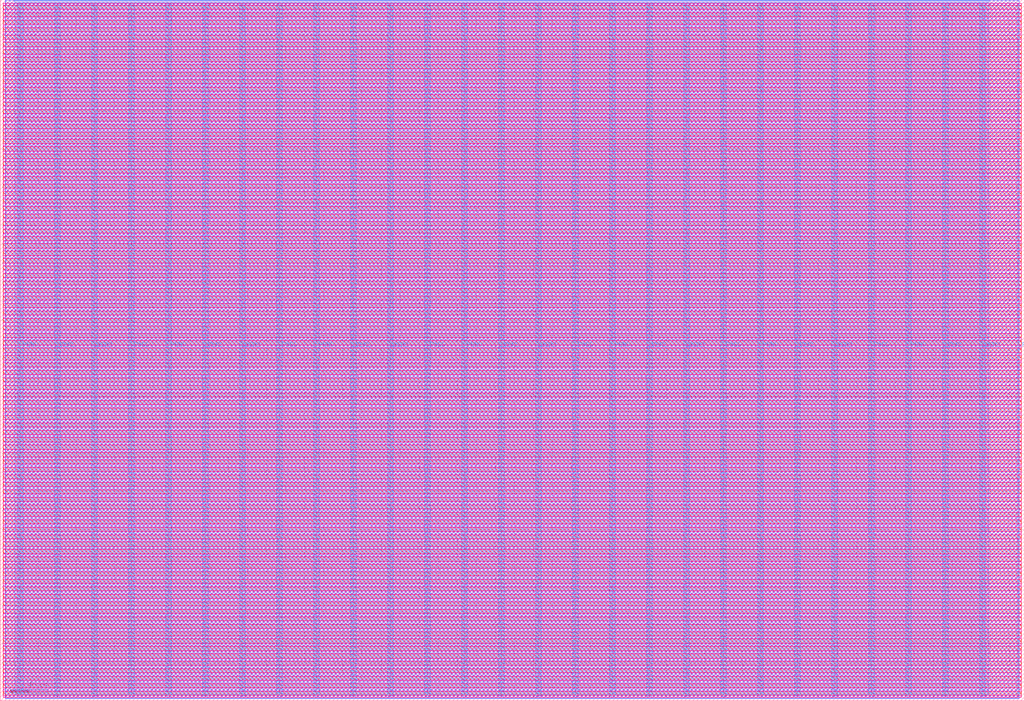
<source format=lef>
VERSION 5.7 ;
  NOWIREEXTENSIONATPIN ON ;
  DIVIDERCHAR "/" ;
  BUSBITCHARS "[]" ;
MACRO tt_um_algofoogle_raybox_zero
  CLASS BLOCK ;
  FOREIGN tt_um_algofoogle_raybox_zero ;
  ORIGIN 0.000 0.000 ;
  SIZE 1075.760 BY 736.960 ;
  PIN VGND
    DIRECTION INOUT ;
    USE GROUND ;
    PORT
      LAYER Metal4 ;
        RECT 22.180 3.620 23.780 733.340 ;
    END
    PORT
      LAYER Metal4 ;
        RECT 61.050 3.620 62.650 733.340 ;
    END
    PORT
      LAYER Metal4 ;
        RECT 99.920 3.620 101.520 733.340 ;
    END
    PORT
      LAYER Metal4 ;
        RECT 138.790 3.620 140.390 733.340 ;
    END
    PORT
      LAYER Metal4 ;
        RECT 177.660 3.620 179.260 733.340 ;
    END
    PORT
      LAYER Metal4 ;
        RECT 216.530 3.620 218.130 733.340 ;
    END
    PORT
      LAYER Metal4 ;
        RECT 255.400 3.620 257.000 733.340 ;
    END
    PORT
      LAYER Metal4 ;
        RECT 294.270 3.620 295.870 733.340 ;
    END
    PORT
      LAYER Metal4 ;
        RECT 333.140 3.620 334.740 733.340 ;
    END
    PORT
      LAYER Metal4 ;
        RECT 372.010 3.620 373.610 733.340 ;
    END
    PORT
      LAYER Metal4 ;
        RECT 410.880 3.620 412.480 733.340 ;
    END
    PORT
      LAYER Metal4 ;
        RECT 449.750 3.620 451.350 733.340 ;
    END
    PORT
      LAYER Metal4 ;
        RECT 488.620 3.620 490.220 733.340 ;
    END
    PORT
      LAYER Metal4 ;
        RECT 527.490 3.620 529.090 733.340 ;
    END
    PORT
      LAYER Metal4 ;
        RECT 566.360 3.620 567.960 733.340 ;
    END
    PORT
      LAYER Metal4 ;
        RECT 605.230 3.620 606.830 733.340 ;
    END
    PORT
      LAYER Metal4 ;
        RECT 644.100 3.620 645.700 733.340 ;
    END
    PORT
      LAYER Metal4 ;
        RECT 682.970 3.620 684.570 733.340 ;
    END
    PORT
      LAYER Metal4 ;
        RECT 721.840 3.620 723.440 733.340 ;
    END
    PORT
      LAYER Metal4 ;
        RECT 760.710 3.620 762.310 733.340 ;
    END
    PORT
      LAYER Metal4 ;
        RECT 799.580 3.620 801.180 733.340 ;
    END
    PORT
      LAYER Metal4 ;
        RECT 838.450 3.620 840.050 733.340 ;
    END
    PORT
      LAYER Metal4 ;
        RECT 877.320 3.620 878.920 733.340 ;
    END
    PORT
      LAYER Metal4 ;
        RECT 916.190 3.620 917.790 733.340 ;
    END
    PORT
      LAYER Metal4 ;
        RECT 955.060 3.620 956.660 733.340 ;
    END
    PORT
      LAYER Metal4 ;
        RECT 993.930 3.620 995.530 733.340 ;
    END
    PORT
      LAYER Metal4 ;
        RECT 1032.800 3.620 1034.400 733.340 ;
    END
  END VGND
  PIN VPWR
    DIRECTION INOUT ;
    USE POWER ;
    PORT
      LAYER Metal4 ;
        RECT 18.880 3.620 20.480 733.340 ;
    END
    PORT
      LAYER Metal4 ;
        RECT 57.750 3.620 59.350 733.340 ;
    END
    PORT
      LAYER Metal4 ;
        RECT 96.620 3.620 98.220 733.340 ;
    END
    PORT
      LAYER Metal4 ;
        RECT 135.490 3.620 137.090 733.340 ;
    END
    PORT
      LAYER Metal4 ;
        RECT 174.360 3.620 175.960 733.340 ;
    END
    PORT
      LAYER Metal4 ;
        RECT 213.230 3.620 214.830 733.340 ;
    END
    PORT
      LAYER Metal4 ;
        RECT 252.100 3.620 253.700 733.340 ;
    END
    PORT
      LAYER Metal4 ;
        RECT 290.970 3.620 292.570 733.340 ;
    END
    PORT
      LAYER Metal4 ;
        RECT 329.840 3.620 331.440 733.340 ;
    END
    PORT
      LAYER Metal4 ;
        RECT 368.710 3.620 370.310 733.340 ;
    END
    PORT
      LAYER Metal4 ;
        RECT 407.580 3.620 409.180 733.340 ;
    END
    PORT
      LAYER Metal4 ;
        RECT 446.450 3.620 448.050 733.340 ;
    END
    PORT
      LAYER Metal4 ;
        RECT 485.320 3.620 486.920 733.340 ;
    END
    PORT
      LAYER Metal4 ;
        RECT 524.190 3.620 525.790 733.340 ;
    END
    PORT
      LAYER Metal4 ;
        RECT 563.060 3.620 564.660 733.340 ;
    END
    PORT
      LAYER Metal4 ;
        RECT 601.930 3.620 603.530 733.340 ;
    END
    PORT
      LAYER Metal4 ;
        RECT 640.800 3.620 642.400 733.340 ;
    END
    PORT
      LAYER Metal4 ;
        RECT 679.670 3.620 681.270 733.340 ;
    END
    PORT
      LAYER Metal4 ;
        RECT 718.540 3.620 720.140 733.340 ;
    END
    PORT
      LAYER Metal4 ;
        RECT 757.410 3.620 759.010 733.340 ;
    END
    PORT
      LAYER Metal4 ;
        RECT 796.280 3.620 797.880 733.340 ;
    END
    PORT
      LAYER Metal4 ;
        RECT 835.150 3.620 836.750 733.340 ;
    END
    PORT
      LAYER Metal4 ;
        RECT 874.020 3.620 875.620 733.340 ;
    END
    PORT
      LAYER Metal4 ;
        RECT 912.890 3.620 914.490 733.340 ;
    END
    PORT
      LAYER Metal4 ;
        RECT 951.760 3.620 953.360 733.340 ;
    END
    PORT
      LAYER Metal4 ;
        RECT 990.630 3.620 992.230 733.340 ;
    END
    PORT
      LAYER Metal4 ;
        RECT 1029.500 3.620 1031.100 733.340 ;
    END
    PORT
      LAYER Metal4 ;
        RECT 1068.370 3.620 1069.970 733.340 ;
    END
  END VPWR
  PIN clk
    DIRECTION INPUT ;
    USE SIGNAL ;
    ANTENNAGATEAREA 4.738000 ;
    PORT
      LAYER Metal4 ;
        RECT 331.090 735.960 331.390 736.960 ;
    END
  END clk
  PIN ena
    DIRECTION INPUT ;
    USE SIGNAL ;
    PORT
      LAYER Metal4 ;
        RECT 338.370 735.960 338.670 736.960 ;
    END
  END ena
  PIN rst_n
    DIRECTION INPUT ;
    USE SIGNAL ;
    ANTENNAGATEAREA 0.741000 ;
    PORT
      LAYER Metal4 ;
        RECT 323.810 735.960 324.110 736.960 ;
    END
  END rst_n
  PIN ui_in[0]
    DIRECTION INPUT ;
    USE SIGNAL ;
    ANTENNAGATEAREA 0.396000 ;
    PORT
      LAYER Metal4 ;
        RECT 316.530 735.960 316.830 736.960 ;
    END
  END ui_in[0]
  PIN ui_in[1]
    DIRECTION INPUT ;
    USE SIGNAL ;
    ANTENNAGATEAREA 0.396000 ;
    PORT
      LAYER Metal4 ;
        RECT 309.250 735.960 309.550 736.960 ;
    END
  END ui_in[1]
  PIN ui_in[2]
    DIRECTION INPUT ;
    USE SIGNAL ;
    ANTENNAGATEAREA 0.396000 ;
    PORT
      LAYER Metal4 ;
        RECT 301.970 735.960 302.270 736.960 ;
    END
  END ui_in[2]
  PIN ui_in[3]
    DIRECTION INPUT ;
    USE SIGNAL ;
    ANTENNAGATEAREA 2.939500 ;
    PORT
      LAYER Metal4 ;
        RECT 294.690 735.960 294.990 736.960 ;
    END
  END ui_in[3]
  PIN ui_in[4]
    DIRECTION INPUT ;
    USE SIGNAL ;
    ANTENNAGATEAREA 4.047500 ;
    PORT
      LAYER Metal4 ;
        RECT 287.410 735.960 287.710 736.960 ;
    END
  END ui_in[4]
  PIN ui_in[5]
    DIRECTION INPUT ;
    USE SIGNAL ;
    ANTENNAGATEAREA 3.888500 ;
    PORT
      LAYER Metal4 ;
        RECT 280.130 735.960 280.430 736.960 ;
    END
  END ui_in[5]
  PIN ui_in[6]
    DIRECTION INPUT ;
    USE SIGNAL ;
    ANTENNAGATEAREA 23.653999 ;
    PORT
      LAYER Metal4 ;
        RECT 272.850 735.960 273.150 736.960 ;
    END
  END ui_in[6]
  PIN ui_in[7]
    DIRECTION INPUT ;
    USE SIGNAL ;
    ANTENNAGATEAREA 1.417000 ;
    PORT
      LAYER Metal4 ;
        RECT 265.570 735.960 265.870 736.960 ;
    END
  END ui_in[7]
  PIN uio_in[0]
    DIRECTION INPUT ;
    USE SIGNAL ;
    PORT
      LAYER Metal4 ;
        RECT 258.290 735.960 258.590 736.960 ;
    END
  END uio_in[0]
  PIN uio_in[1]
    DIRECTION INPUT ;
    USE SIGNAL ;
    ANTENNAGATEAREA 1.183000 ;
    PORT
      LAYER Metal4 ;
        RECT 251.010 735.960 251.310 736.960 ;
    END
  END uio_in[1]
  PIN uio_in[2]
    DIRECTION INPUT ;
    USE SIGNAL ;
    ANTENNAGATEAREA 1.102000 ;
    PORT
      LAYER Metal4 ;
        RECT 243.730 735.960 244.030 736.960 ;
    END
  END uio_in[2]
  PIN uio_in[3]
    DIRECTION INPUT ;
    USE SIGNAL ;
    PORT
      LAYER Metal4 ;
        RECT 236.450 735.960 236.750 736.960 ;
    END
  END uio_in[3]
  PIN uio_in[4]
    DIRECTION INPUT ;
    USE SIGNAL ;
    ANTENNAGATEAREA 0.741000 ;
    PORT
      LAYER Metal4 ;
        RECT 229.170 735.960 229.470 736.960 ;
    END
  END uio_in[4]
  PIN uio_in[5]
    DIRECTION INPUT ;
    USE SIGNAL ;
    ANTENNAGATEAREA 0.396000 ;
    PORT
      LAYER Metal4 ;
        RECT 221.890 735.960 222.190 736.960 ;
    END
  END uio_in[5]
  PIN uio_in[6]
    DIRECTION INPUT ;
    USE SIGNAL ;
    ANTENNAGATEAREA 0.396000 ;
    PORT
      LAYER Metal4 ;
        RECT 214.610 735.960 214.910 736.960 ;
    END
  END uio_in[6]
  PIN uio_in[7]
    DIRECTION INPUT ;
    USE SIGNAL ;
    PORT
      LAYER Metal4 ;
        RECT 207.330 735.960 207.630 736.960 ;
    END
  END uio_in[7]
  PIN uio_oe[0]
    DIRECTION OUTPUT ;
    USE SIGNAL ;
    ANTENNADIFFAREA 0.536800 ;
    PORT
      LAYER Metal4 ;
        RECT 83.570 735.960 83.870 736.960 ;
    END
  END uio_oe[0]
  PIN uio_oe[1]
    DIRECTION OUTPUT ;
    USE SIGNAL ;
    ANTENNADIFFAREA 3.240100 ;
    PORT
      LAYER Metal4 ;
        RECT 76.290 735.960 76.590 736.960 ;
    END
  END uio_oe[1]
  PIN uio_oe[2]
    DIRECTION OUTPUT ;
    USE SIGNAL ;
    ANTENNADIFFAREA 0.360800 ;
    PORT
      LAYER Metal4 ;
        RECT 69.010 735.960 69.310 736.960 ;
    END
  END uio_oe[2]
  PIN uio_oe[3]
    DIRECTION OUTPUT ;
    USE SIGNAL ;
    ANTENNADIFFAREA 0.536800 ;
    PORT
      LAYER Metal4 ;
        RECT 61.730 735.960 62.030 736.960 ;
    END
  END uio_oe[3]
  PIN uio_oe[4]
    DIRECTION OUTPUT ;
    USE SIGNAL ;
    ANTENNADIFFAREA 0.360800 ;
    PORT
      LAYER Metal4 ;
        RECT 54.450 735.960 54.750 736.960 ;
    END
  END uio_oe[4]
  PIN uio_oe[5]
    DIRECTION OUTPUT ;
    USE SIGNAL ;
    ANTENNADIFFAREA 0.360800 ;
    PORT
      LAYER Metal4 ;
        RECT 47.170 735.960 47.470 736.960 ;
    END
  END uio_oe[5]
  PIN uio_oe[6]
    DIRECTION OUTPUT ;
    USE SIGNAL ;
    ANTENNADIFFAREA 0.897600 ;
    PORT
      LAYER Metal4 ;
        RECT 39.890 735.960 40.190 736.960 ;
    END
  END uio_oe[6]
  PIN uio_oe[7]
    DIRECTION OUTPUT ;
    USE SIGNAL ;
    ANTENNAGATEAREA 6.362000 ;
    ANTENNADIFFAREA 0.748000 ;
    PORT
      LAYER Metal4 ;
        RECT 32.610 735.960 32.910 736.960 ;
    END
  END uio_oe[7]
  PIN uio_out[0]
    DIRECTION OUTPUT ;
    USE SIGNAL ;
    ANTENNADIFFAREA 2.365600 ;
    PORT
      LAYER Metal4 ;
        RECT 141.810 735.960 142.110 736.960 ;
    END
  END uio_out[0]
  PIN uio_out[1]
    DIRECTION OUTPUT ;
    USE SIGNAL ;
    ANTENNADIFFAREA 2.365600 ;
    PORT
      LAYER Metal4 ;
        RECT 134.530 735.960 134.830 736.960 ;
    END
  END uio_out[1]
  PIN uio_out[2]
    DIRECTION OUTPUT ;
    USE SIGNAL ;
    ANTENNADIFFAREA 0.360800 ;
    PORT
      LAYER Metal4 ;
        RECT 127.250 735.960 127.550 736.960 ;
    END
  END uio_out[2]
  PIN uio_out[3]
    DIRECTION OUTPUT ;
    USE SIGNAL ;
    ANTENNADIFFAREA 0.897600 ;
    PORT
      LAYER Metal4 ;
        RECT 119.970 735.960 120.270 736.960 ;
    END
  END uio_out[3]
  PIN uio_out[4]
    DIRECTION OUTPUT ;
    USE SIGNAL ;
    ANTENNADIFFAREA 0.360800 ;
    PORT
      LAYER Metal4 ;
        RECT 112.690 735.960 112.990 736.960 ;
    END
  END uio_out[4]
  PIN uio_out[5]
    DIRECTION OUTPUT ;
    USE SIGNAL ;
    ANTENNADIFFAREA 0.360800 ;
    PORT
      LAYER Metal4 ;
        RECT 105.410 735.960 105.710 736.960 ;
    END
  END uio_out[5]
  PIN uio_out[6]
    DIRECTION OUTPUT ;
    USE SIGNAL ;
    ANTENNADIFFAREA 0.897600 ;
    PORT
      LAYER Metal4 ;
        RECT 98.130 735.960 98.430 736.960 ;
    END
  END uio_out[6]
  PIN uio_out[7]
    DIRECTION OUTPUT ;
    USE SIGNAL ;
    ANTENNADIFFAREA 0.897600 ;
    PORT
      LAYER Metal4 ;
        RECT 90.850 735.960 91.150 736.960 ;
    END
  END uio_out[7]
  PIN uo_out[0]
    DIRECTION OUTPUT ;
    USE SIGNAL ;
    ANTENNADIFFAREA 2.304600 ;
    PORT
      LAYER Metal4 ;
        RECT 200.050 735.960 200.350 736.960 ;
    END
  END uo_out[0]
  PIN uo_out[1]
    DIRECTION OUTPUT ;
    USE SIGNAL ;
    ANTENNADIFFAREA 2.304600 ;
    PORT
      LAYER Metal4 ;
        RECT 192.770 735.960 193.070 736.960 ;
    END
  END uo_out[1]
  PIN uo_out[2]
    DIRECTION OUTPUT ;
    USE SIGNAL ;
    ANTENNADIFFAREA 2.304600 ;
    PORT
      LAYER Metal4 ;
        RECT 185.490 735.960 185.790 736.960 ;
    END
  END uo_out[2]
  PIN uo_out[3]
    DIRECTION OUTPUT ;
    USE SIGNAL ;
    ANTENNADIFFAREA 4.030500 ;
    PORT
      LAYER Metal4 ;
        RECT 178.210 735.960 178.510 736.960 ;
    END
  END uo_out[3]
  PIN uo_out[4]
    DIRECTION OUTPUT ;
    USE SIGNAL ;
    ANTENNADIFFAREA 2.304600 ;
    PORT
      LAYER Metal4 ;
        RECT 170.930 735.960 171.230 736.960 ;
    END
  END uo_out[4]
  PIN uo_out[5]
    DIRECTION OUTPUT ;
    USE SIGNAL ;
    ANTENNADIFFAREA 2.304600 ;
    PORT
      LAYER Metal4 ;
        RECT 163.650 735.960 163.950 736.960 ;
    END
  END uo_out[5]
  PIN uo_out[6]
    DIRECTION OUTPUT ;
    USE SIGNAL ;
    ANTENNADIFFAREA 2.304600 ;
    PORT
      LAYER Metal4 ;
        RECT 156.370 735.960 156.670 736.960 ;
    END
  END uo_out[6]
  PIN uo_out[7]
    DIRECTION OUTPUT ;
    USE SIGNAL ;
    ANTENNADIFFAREA 4.030500 ;
    PORT
      LAYER Metal4 ;
        RECT 149.090 735.960 149.390 736.960 ;
    END
  END uo_out[7]
  OBS
      LAYER Pwell ;
        RECT 2.930 731.280 1072.830 733.470 ;
      LAYER Nwell ;
        RECT 2.930 726.960 1072.830 731.280 ;
      LAYER Pwell ;
        RECT 2.930 723.440 1072.830 726.960 ;
      LAYER Nwell ;
        RECT 2.930 719.120 1072.830 723.440 ;
      LAYER Pwell ;
        RECT 2.930 715.600 1072.830 719.120 ;
      LAYER Nwell ;
        RECT 2.930 711.280 1072.830 715.600 ;
      LAYER Pwell ;
        RECT 2.930 707.760 1072.830 711.280 ;
      LAYER Nwell ;
        RECT 2.930 703.440 1072.830 707.760 ;
      LAYER Pwell ;
        RECT 2.930 699.920 1072.830 703.440 ;
      LAYER Nwell ;
        RECT 2.930 695.600 1072.830 699.920 ;
      LAYER Pwell ;
        RECT 2.930 692.080 1072.830 695.600 ;
      LAYER Nwell ;
        RECT 2.930 687.760 1072.830 692.080 ;
      LAYER Pwell ;
        RECT 2.930 684.240 1072.830 687.760 ;
      LAYER Nwell ;
        RECT 2.930 679.920 1072.830 684.240 ;
      LAYER Pwell ;
        RECT 2.930 676.400 1072.830 679.920 ;
      LAYER Nwell ;
        RECT 2.930 672.080 1072.830 676.400 ;
      LAYER Pwell ;
        RECT 2.930 668.560 1072.830 672.080 ;
      LAYER Nwell ;
        RECT 2.930 664.240 1072.830 668.560 ;
      LAYER Pwell ;
        RECT 2.930 660.720 1072.830 664.240 ;
      LAYER Nwell ;
        RECT 2.930 656.400 1072.830 660.720 ;
      LAYER Pwell ;
        RECT 2.930 652.880 1072.830 656.400 ;
      LAYER Nwell ;
        RECT 2.930 648.560 1072.830 652.880 ;
      LAYER Pwell ;
        RECT 2.930 645.040 1072.830 648.560 ;
      LAYER Nwell ;
        RECT 2.930 640.720 1072.830 645.040 ;
      LAYER Pwell ;
        RECT 2.930 637.200 1072.830 640.720 ;
      LAYER Nwell ;
        RECT 2.930 632.880 1072.830 637.200 ;
      LAYER Pwell ;
        RECT 2.930 629.360 1072.830 632.880 ;
      LAYER Nwell ;
        RECT 2.930 625.040 1072.830 629.360 ;
      LAYER Pwell ;
        RECT 2.930 621.520 1072.830 625.040 ;
      LAYER Nwell ;
        RECT 2.930 617.200 1072.830 621.520 ;
      LAYER Pwell ;
        RECT 2.930 613.680 1072.830 617.200 ;
      LAYER Nwell ;
        RECT 2.930 609.360 1072.830 613.680 ;
      LAYER Pwell ;
        RECT 2.930 605.840 1072.830 609.360 ;
      LAYER Nwell ;
        RECT 2.930 601.520 1072.830 605.840 ;
      LAYER Pwell ;
        RECT 2.930 598.000 1072.830 601.520 ;
      LAYER Nwell ;
        RECT 2.930 593.680 1072.830 598.000 ;
      LAYER Pwell ;
        RECT 2.930 590.160 1072.830 593.680 ;
      LAYER Nwell ;
        RECT 2.930 585.840 1072.830 590.160 ;
      LAYER Pwell ;
        RECT 2.930 582.320 1072.830 585.840 ;
      LAYER Nwell ;
        RECT 2.930 578.000 1072.830 582.320 ;
      LAYER Pwell ;
        RECT 2.930 574.480 1072.830 578.000 ;
      LAYER Nwell ;
        RECT 2.930 570.160 1072.830 574.480 ;
      LAYER Pwell ;
        RECT 2.930 566.640 1072.830 570.160 ;
      LAYER Nwell ;
        RECT 2.930 562.320 1072.830 566.640 ;
      LAYER Pwell ;
        RECT 2.930 558.800 1072.830 562.320 ;
      LAYER Nwell ;
        RECT 2.930 554.480 1072.830 558.800 ;
      LAYER Pwell ;
        RECT 2.930 550.960 1072.830 554.480 ;
      LAYER Nwell ;
        RECT 2.930 546.640 1072.830 550.960 ;
      LAYER Pwell ;
        RECT 2.930 543.120 1072.830 546.640 ;
      LAYER Nwell ;
        RECT 2.930 538.800 1072.830 543.120 ;
      LAYER Pwell ;
        RECT 2.930 535.280 1072.830 538.800 ;
      LAYER Nwell ;
        RECT 2.930 530.960 1072.830 535.280 ;
      LAYER Pwell ;
        RECT 2.930 527.440 1072.830 530.960 ;
      LAYER Nwell ;
        RECT 2.930 523.120 1072.830 527.440 ;
      LAYER Pwell ;
        RECT 2.930 519.600 1072.830 523.120 ;
      LAYER Nwell ;
        RECT 2.930 515.280 1072.830 519.600 ;
      LAYER Pwell ;
        RECT 2.930 511.760 1072.830 515.280 ;
      LAYER Nwell ;
        RECT 2.930 507.440 1072.830 511.760 ;
      LAYER Pwell ;
        RECT 2.930 503.920 1072.830 507.440 ;
      LAYER Nwell ;
        RECT 2.930 499.600 1072.830 503.920 ;
      LAYER Pwell ;
        RECT 2.930 496.080 1072.830 499.600 ;
      LAYER Nwell ;
        RECT 2.930 491.760 1072.830 496.080 ;
      LAYER Pwell ;
        RECT 2.930 488.240 1072.830 491.760 ;
      LAYER Nwell ;
        RECT 2.930 483.920 1072.830 488.240 ;
      LAYER Pwell ;
        RECT 2.930 480.400 1072.830 483.920 ;
      LAYER Nwell ;
        RECT 2.930 476.080 1072.830 480.400 ;
      LAYER Pwell ;
        RECT 2.930 472.560 1072.830 476.080 ;
      LAYER Nwell ;
        RECT 2.930 468.240 1072.830 472.560 ;
      LAYER Pwell ;
        RECT 2.930 464.720 1072.830 468.240 ;
      LAYER Nwell ;
        RECT 2.930 460.400 1072.830 464.720 ;
      LAYER Pwell ;
        RECT 2.930 456.880 1072.830 460.400 ;
      LAYER Nwell ;
        RECT 2.930 452.560 1072.830 456.880 ;
      LAYER Pwell ;
        RECT 2.930 449.040 1072.830 452.560 ;
      LAYER Nwell ;
        RECT 2.930 444.720 1072.830 449.040 ;
      LAYER Pwell ;
        RECT 2.930 441.200 1072.830 444.720 ;
      LAYER Nwell ;
        RECT 2.930 436.880 1072.830 441.200 ;
      LAYER Pwell ;
        RECT 2.930 433.360 1072.830 436.880 ;
      LAYER Nwell ;
        RECT 2.930 429.040 1072.830 433.360 ;
      LAYER Pwell ;
        RECT 2.930 425.520 1072.830 429.040 ;
      LAYER Nwell ;
        RECT 2.930 421.200 1072.830 425.520 ;
      LAYER Pwell ;
        RECT 2.930 417.680 1072.830 421.200 ;
      LAYER Nwell ;
        RECT 2.930 413.360 1072.830 417.680 ;
      LAYER Pwell ;
        RECT 2.930 409.840 1072.830 413.360 ;
      LAYER Nwell ;
        RECT 2.930 405.520 1072.830 409.840 ;
      LAYER Pwell ;
        RECT 2.930 402.000 1072.830 405.520 ;
      LAYER Nwell ;
        RECT 2.930 397.680 1072.830 402.000 ;
      LAYER Pwell ;
        RECT 2.930 394.160 1072.830 397.680 ;
      LAYER Nwell ;
        RECT 2.930 389.840 1072.830 394.160 ;
      LAYER Pwell ;
        RECT 2.930 386.320 1072.830 389.840 ;
      LAYER Nwell ;
        RECT 2.930 382.000 1072.830 386.320 ;
      LAYER Pwell ;
        RECT 2.930 378.480 1072.830 382.000 ;
      LAYER Nwell ;
        RECT 2.930 374.160 1072.830 378.480 ;
      LAYER Pwell ;
        RECT 2.930 370.640 1072.830 374.160 ;
      LAYER Nwell ;
        RECT 2.930 366.320 1072.830 370.640 ;
      LAYER Pwell ;
        RECT 2.930 362.800 1072.830 366.320 ;
      LAYER Nwell ;
        RECT 2.930 358.480 1072.830 362.800 ;
      LAYER Pwell ;
        RECT 2.930 354.960 1072.830 358.480 ;
      LAYER Nwell ;
        RECT 2.930 350.640 1072.830 354.960 ;
      LAYER Pwell ;
        RECT 2.930 347.120 1072.830 350.640 ;
      LAYER Nwell ;
        RECT 2.930 342.800 1072.830 347.120 ;
      LAYER Pwell ;
        RECT 2.930 339.280 1072.830 342.800 ;
      LAYER Nwell ;
        RECT 2.930 334.960 1072.830 339.280 ;
      LAYER Pwell ;
        RECT 2.930 331.440 1072.830 334.960 ;
      LAYER Nwell ;
        RECT 2.930 327.120 1072.830 331.440 ;
      LAYER Pwell ;
        RECT 2.930 323.600 1072.830 327.120 ;
      LAYER Nwell ;
        RECT 2.930 319.280 1072.830 323.600 ;
      LAYER Pwell ;
        RECT 2.930 315.760 1072.830 319.280 ;
      LAYER Nwell ;
        RECT 2.930 311.440 1072.830 315.760 ;
      LAYER Pwell ;
        RECT 2.930 307.920 1072.830 311.440 ;
      LAYER Nwell ;
        RECT 2.930 303.600 1072.830 307.920 ;
      LAYER Pwell ;
        RECT 2.930 300.080 1072.830 303.600 ;
      LAYER Nwell ;
        RECT 2.930 295.760 1072.830 300.080 ;
      LAYER Pwell ;
        RECT 2.930 292.240 1072.830 295.760 ;
      LAYER Nwell ;
        RECT 2.930 287.920 1072.830 292.240 ;
      LAYER Pwell ;
        RECT 2.930 284.400 1072.830 287.920 ;
      LAYER Nwell ;
        RECT 2.930 280.080 1072.830 284.400 ;
      LAYER Pwell ;
        RECT 2.930 276.560 1072.830 280.080 ;
      LAYER Nwell ;
        RECT 2.930 272.240 1072.830 276.560 ;
      LAYER Pwell ;
        RECT 2.930 268.720 1072.830 272.240 ;
      LAYER Nwell ;
        RECT 2.930 264.400 1072.830 268.720 ;
      LAYER Pwell ;
        RECT 2.930 260.880 1072.830 264.400 ;
      LAYER Nwell ;
        RECT 2.930 256.560 1072.830 260.880 ;
      LAYER Pwell ;
        RECT 2.930 253.040 1072.830 256.560 ;
      LAYER Nwell ;
        RECT 2.930 248.720 1072.830 253.040 ;
      LAYER Pwell ;
        RECT 2.930 245.200 1072.830 248.720 ;
      LAYER Nwell ;
        RECT 2.930 240.880 1072.830 245.200 ;
      LAYER Pwell ;
        RECT 2.930 237.360 1072.830 240.880 ;
      LAYER Nwell ;
        RECT 2.930 233.040 1072.830 237.360 ;
      LAYER Pwell ;
        RECT 2.930 229.520 1072.830 233.040 ;
      LAYER Nwell ;
        RECT 2.930 225.200 1072.830 229.520 ;
      LAYER Pwell ;
        RECT 2.930 221.680 1072.830 225.200 ;
      LAYER Nwell ;
        RECT 2.930 217.360 1072.830 221.680 ;
      LAYER Pwell ;
        RECT 2.930 213.840 1072.830 217.360 ;
      LAYER Nwell ;
        RECT 2.930 209.520 1072.830 213.840 ;
      LAYER Pwell ;
        RECT 2.930 206.000 1072.830 209.520 ;
      LAYER Nwell ;
        RECT 2.930 201.680 1072.830 206.000 ;
      LAYER Pwell ;
        RECT 2.930 198.160 1072.830 201.680 ;
      LAYER Nwell ;
        RECT 2.930 193.840 1072.830 198.160 ;
      LAYER Pwell ;
        RECT 2.930 190.320 1072.830 193.840 ;
      LAYER Nwell ;
        RECT 2.930 186.000 1072.830 190.320 ;
      LAYER Pwell ;
        RECT 2.930 182.480 1072.830 186.000 ;
      LAYER Nwell ;
        RECT 2.930 178.160 1072.830 182.480 ;
      LAYER Pwell ;
        RECT 2.930 174.640 1072.830 178.160 ;
      LAYER Nwell ;
        RECT 2.930 170.320 1072.830 174.640 ;
      LAYER Pwell ;
        RECT 2.930 166.800 1072.830 170.320 ;
      LAYER Nwell ;
        RECT 2.930 162.480 1072.830 166.800 ;
      LAYER Pwell ;
        RECT 2.930 158.960 1072.830 162.480 ;
      LAYER Nwell ;
        RECT 2.930 154.640 1072.830 158.960 ;
      LAYER Pwell ;
        RECT 2.930 151.120 1072.830 154.640 ;
      LAYER Nwell ;
        RECT 2.930 146.800 1072.830 151.120 ;
      LAYER Pwell ;
        RECT 2.930 143.280 1072.830 146.800 ;
      LAYER Nwell ;
        RECT 2.930 138.960 1072.830 143.280 ;
      LAYER Pwell ;
        RECT 2.930 135.440 1072.830 138.960 ;
      LAYER Nwell ;
        RECT 2.930 131.120 1072.830 135.440 ;
      LAYER Pwell ;
        RECT 2.930 127.600 1072.830 131.120 ;
      LAYER Nwell ;
        RECT 2.930 123.280 1072.830 127.600 ;
      LAYER Pwell ;
        RECT 2.930 119.760 1072.830 123.280 ;
      LAYER Nwell ;
        RECT 2.930 115.440 1072.830 119.760 ;
      LAYER Pwell ;
        RECT 2.930 111.920 1072.830 115.440 ;
      LAYER Nwell ;
        RECT 2.930 107.600 1072.830 111.920 ;
      LAYER Pwell ;
        RECT 2.930 104.080 1072.830 107.600 ;
      LAYER Nwell ;
        RECT 2.930 99.760 1072.830 104.080 ;
      LAYER Pwell ;
        RECT 2.930 96.240 1072.830 99.760 ;
      LAYER Nwell ;
        RECT 2.930 91.920 1072.830 96.240 ;
      LAYER Pwell ;
        RECT 2.930 88.400 1072.830 91.920 ;
      LAYER Nwell ;
        RECT 2.930 84.080 1072.830 88.400 ;
      LAYER Pwell ;
        RECT 2.930 80.560 1072.830 84.080 ;
      LAYER Nwell ;
        RECT 2.930 76.240 1072.830 80.560 ;
      LAYER Pwell ;
        RECT 2.930 72.720 1072.830 76.240 ;
      LAYER Nwell ;
        RECT 2.930 68.400 1072.830 72.720 ;
      LAYER Pwell ;
        RECT 2.930 64.880 1072.830 68.400 ;
      LAYER Nwell ;
        RECT 2.930 60.560 1072.830 64.880 ;
      LAYER Pwell ;
        RECT 2.930 57.040 1072.830 60.560 ;
      LAYER Nwell ;
        RECT 2.930 52.720 1072.830 57.040 ;
      LAYER Pwell ;
        RECT 2.930 49.200 1072.830 52.720 ;
      LAYER Nwell ;
        RECT 2.930 44.880 1072.830 49.200 ;
      LAYER Pwell ;
        RECT 2.930 41.360 1072.830 44.880 ;
      LAYER Nwell ;
        RECT 2.930 37.040 1072.830 41.360 ;
      LAYER Pwell ;
        RECT 2.930 33.520 1072.830 37.040 ;
      LAYER Nwell ;
        RECT 2.930 29.200 1072.830 33.520 ;
      LAYER Pwell ;
        RECT 2.930 25.680 1072.830 29.200 ;
      LAYER Nwell ;
        RECT 2.930 21.360 1072.830 25.680 ;
      LAYER Pwell ;
        RECT 2.930 17.840 1072.830 21.360 ;
      LAYER Nwell ;
        RECT 2.930 13.520 1072.830 17.840 ;
      LAYER Pwell ;
        RECT 2.930 10.000 1072.830 13.520 ;
      LAYER Nwell ;
        RECT 2.930 5.680 1072.830 10.000 ;
      LAYER Pwell ;
        RECT 2.930 3.490 1072.830 5.680 ;
      LAYER Metal1 ;
        RECT 3.360 3.620 1072.400 733.340 ;
      LAYER Metal2 ;
        RECT 5.180 2.330 1070.580 736.310 ;
      LAYER Metal3 ;
        RECT 5.690 2.380 1070.630 736.260 ;
      LAYER Metal4 ;
        RECT 15.260 735.660 32.310 735.960 ;
        RECT 33.210 735.660 39.590 735.960 ;
        RECT 40.490 735.660 46.870 735.960 ;
        RECT 47.770 735.660 54.150 735.960 ;
        RECT 55.050 735.660 61.430 735.960 ;
        RECT 62.330 735.660 68.710 735.960 ;
        RECT 69.610 735.660 75.990 735.960 ;
        RECT 76.890 735.660 83.270 735.960 ;
        RECT 84.170 735.660 90.550 735.960 ;
        RECT 91.450 735.660 97.830 735.960 ;
        RECT 98.730 735.660 105.110 735.960 ;
        RECT 106.010 735.660 112.390 735.960 ;
        RECT 113.290 735.660 119.670 735.960 ;
        RECT 120.570 735.660 126.950 735.960 ;
        RECT 127.850 735.660 134.230 735.960 ;
        RECT 135.130 735.660 141.510 735.960 ;
        RECT 142.410 735.660 148.790 735.960 ;
        RECT 149.690 735.660 156.070 735.960 ;
        RECT 156.970 735.660 163.350 735.960 ;
        RECT 164.250 735.660 170.630 735.960 ;
        RECT 171.530 735.660 177.910 735.960 ;
        RECT 178.810 735.660 185.190 735.960 ;
        RECT 186.090 735.660 192.470 735.960 ;
        RECT 193.370 735.660 199.750 735.960 ;
        RECT 200.650 735.660 207.030 735.960 ;
        RECT 207.930 735.660 214.310 735.960 ;
        RECT 215.210 735.660 221.590 735.960 ;
        RECT 222.490 735.660 228.870 735.960 ;
        RECT 229.770 735.660 236.150 735.960 ;
        RECT 237.050 735.660 243.430 735.960 ;
        RECT 244.330 735.660 250.710 735.960 ;
        RECT 251.610 735.660 257.990 735.960 ;
        RECT 258.890 735.660 265.270 735.960 ;
        RECT 266.170 735.660 272.550 735.960 ;
        RECT 273.450 735.660 279.830 735.960 ;
        RECT 280.730 735.660 287.110 735.960 ;
        RECT 288.010 735.660 294.390 735.960 ;
        RECT 295.290 735.660 301.670 735.960 ;
        RECT 302.570 735.660 308.950 735.960 ;
        RECT 309.850 735.660 316.230 735.960 ;
        RECT 317.130 735.660 323.510 735.960 ;
        RECT 324.410 735.660 330.790 735.960 ;
        RECT 331.690 735.660 338.070 735.960 ;
        RECT 338.970 735.660 1038.660 735.960 ;
        RECT 15.260 733.640 1038.660 735.660 ;
        RECT 15.260 6.250 18.580 733.640 ;
        RECT 20.780 6.250 21.880 733.640 ;
        RECT 24.080 6.250 57.450 733.640 ;
        RECT 59.650 6.250 60.750 733.640 ;
        RECT 62.950 6.250 96.320 733.640 ;
        RECT 98.520 6.250 99.620 733.640 ;
        RECT 101.820 6.250 135.190 733.640 ;
        RECT 137.390 6.250 138.490 733.640 ;
        RECT 140.690 6.250 174.060 733.640 ;
        RECT 176.260 6.250 177.360 733.640 ;
        RECT 179.560 6.250 212.930 733.640 ;
        RECT 215.130 6.250 216.230 733.640 ;
        RECT 218.430 6.250 251.800 733.640 ;
        RECT 254.000 6.250 255.100 733.640 ;
        RECT 257.300 6.250 290.670 733.640 ;
        RECT 292.870 6.250 293.970 733.640 ;
        RECT 296.170 6.250 329.540 733.640 ;
        RECT 331.740 6.250 332.840 733.640 ;
        RECT 335.040 6.250 368.410 733.640 ;
        RECT 370.610 6.250 371.710 733.640 ;
        RECT 373.910 6.250 407.280 733.640 ;
        RECT 409.480 6.250 410.580 733.640 ;
        RECT 412.780 6.250 446.150 733.640 ;
        RECT 448.350 6.250 449.450 733.640 ;
        RECT 451.650 6.250 485.020 733.640 ;
        RECT 487.220 6.250 488.320 733.640 ;
        RECT 490.520 6.250 523.890 733.640 ;
        RECT 526.090 6.250 527.190 733.640 ;
        RECT 529.390 6.250 562.760 733.640 ;
        RECT 564.960 6.250 566.060 733.640 ;
        RECT 568.260 6.250 601.630 733.640 ;
        RECT 603.830 6.250 604.930 733.640 ;
        RECT 607.130 6.250 640.500 733.640 ;
        RECT 642.700 6.250 643.800 733.640 ;
        RECT 646.000 6.250 679.370 733.640 ;
        RECT 681.570 6.250 682.670 733.640 ;
        RECT 684.870 6.250 718.240 733.640 ;
        RECT 720.440 6.250 721.540 733.640 ;
        RECT 723.740 6.250 757.110 733.640 ;
        RECT 759.310 6.250 760.410 733.640 ;
        RECT 762.610 6.250 795.980 733.640 ;
        RECT 798.180 6.250 799.280 733.640 ;
        RECT 801.480 6.250 834.850 733.640 ;
        RECT 837.050 6.250 838.150 733.640 ;
        RECT 840.350 6.250 873.720 733.640 ;
        RECT 875.920 6.250 877.020 733.640 ;
        RECT 879.220 6.250 912.590 733.640 ;
        RECT 914.790 6.250 915.890 733.640 ;
        RECT 918.090 6.250 951.460 733.640 ;
        RECT 953.660 6.250 954.760 733.640 ;
        RECT 956.960 6.250 990.330 733.640 ;
        RECT 992.530 6.250 993.630 733.640 ;
        RECT 995.830 6.250 1029.200 733.640 ;
        RECT 1031.400 6.250 1032.500 733.640 ;
        RECT 1034.700 6.250 1038.660 733.640 ;
  END
END tt_um_algofoogle_raybox_zero
END LIBRARY


</source>
